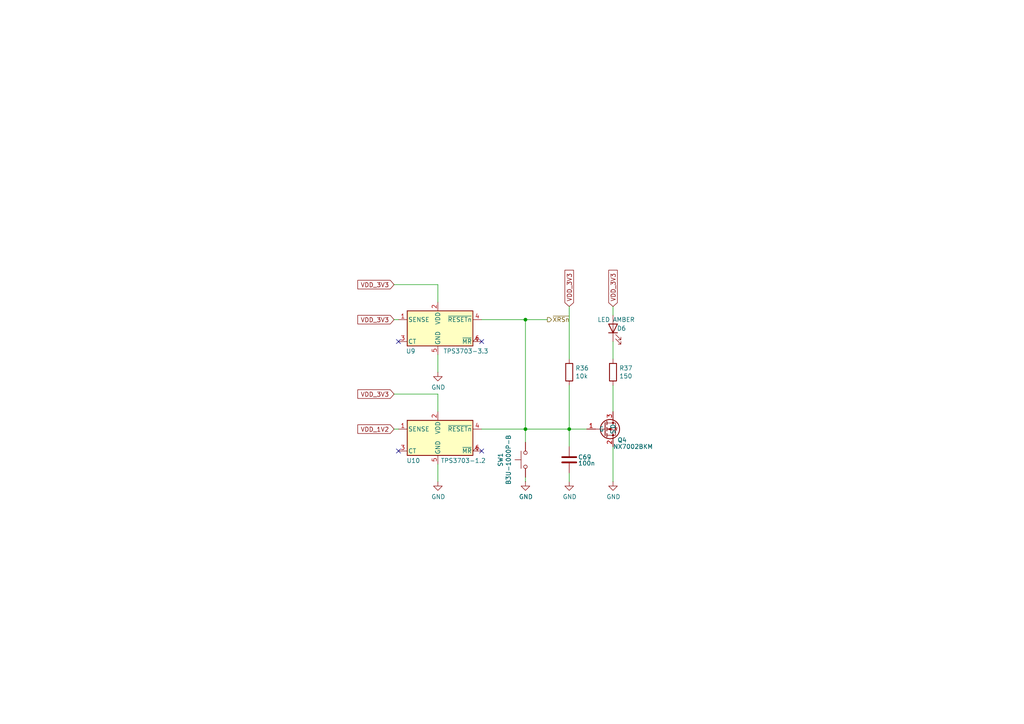
<source format=kicad_sch>
(kicad_sch (version 20231120) (generator "eeschema") (generator_version "8.0")
  (paper "A4")
  (title_block (title "Open MOtor DRiver Initiative  - Single Axis (OMODRI_SA)") (date "2025-03-07") (rev "1.0") (company "LAAS/CNRS"))
  (lib_symbols
    (symbol "Device:C" (pin_numbers hide) (pin_names (offset 0.254))
      (property "Reference" "C" (at 0.635 2.54 0))
      (property "Value" "C" (at 0.635 -2.54 0))
      (symbol "C_0_1"
        (polyline (pts (xy -2.032 -0.762) (xy 2.032 -0.762)) (stroke (width 0.508)))
        (polyline (pts (xy -2.032 0.762) (xy 2.032 0.762)) (stroke (width 0.508)))
      )
      (symbol "C_1_1"
        (pin passive line (at 0 3.81 270) (length 2.794) (name "~") (number "1"))
        (pin passive line (at 0 -3.81 90) (length 2.794) (name "~") (number "2"))
      )
    )
    (symbol "Device:LED" (pin_numbers hide) (pin_names (offset 1.016) hide)
      (property "Reference" "D" (at 0 2.54 0))
      (property "Value" "LED" (at 0 -2.54 0))
      (symbol "LED_0_1"
        (polyline (pts (xy -1.27 -1.27) (xy -1.27 1.27)) (stroke (width 0.254)))
        (polyline (pts (xy -1.27 0) (xy 1.27 0)))
        (polyline (pts (xy 1.27 -1.27) (xy 1.27 1.27) (xy -1.27 0) (xy 1.27 -1.27)) (stroke (width 0.254)))
        (polyline (pts (xy -3.048 -0.762) (xy -4.572 -2.286) (xy -3.81 -2.286) (xy -4.572 -2.286) (xy -4.572 -1.524)))
        (polyline (pts (xy -1.778 -0.762) (xy -3.302 -2.286) (xy -2.54 -2.286) (xy -3.302 -2.286) (xy -3.302 -1.524)))
      )
      (symbol "LED_1_1"
        (pin passive line (at -3.81 0 0) (length 2.54) (name "K") (number "1"))
        (pin passive line (at 3.81 0 180) (length 2.54) (name "A") (number "2"))
      )
    )
    (symbol "Device:R" (pin_numbers hide) (pin_names (offset 0))
      (property "Reference" "R" (at 2.032 0 90))
      (property "Value" "R" (at 0 0 90))
      (symbol "R_0_1"
        (rectangle (start -1.016 -2.54) (end 1.016 2.54) (stroke (width 0.254)))
      )
      (symbol "R_1_1"
        (pin passive line (at 0 3.81 270) (length 1.27) (name "~") (number "1"))
        (pin passive line (at 0 -3.81 90) (length 1.27) (name "~") (number "2"))
      )
    )
    (symbol "Switch:SW_Push" (pin_numbers hide) (pin_names (offset 1.016) hide)
      (property "Reference" "SW" (at 1.27 2.54 0))
      (property "Value" "SW_Push" (at 0 -1.524 0))
      (symbol "SW_Push_0_1"
        (circle (center -2.032 0) (radius 0.508))
        (polyline (pts (xy 0 1.27) (xy 0 3.048)))
        (polyline (pts (xy 2.54 1.27) (xy -2.54 1.27)))
        (circle (center 2.032 0) (radius 0.508))
        (pin passive line (at -5.08 0 0) (length 2.54) (name "1") (number "1"))
        (pin passive line (at 5.08 0 180) (length 2.54) (name "2") (number "2"))
      )
    )
    (symbol "omodri_lib:NX7002BKM" (pin_names (offset 1.016))
      (property "Reference" "Q" (at 3.81 2.54 0))
      (property "Value" "NX7002BKM" (at 8.89 0 0))
      (symbol "NX7002BKM_1_1"
        (circle (center -0.889 0) (radius 2.794) (stroke (width 0.254)))
        (circle (center 0 -1.778) (radius 0.254) (fill (type outline)))
        (polyline (pts (xy -2.286 0) (xy -5.08 0)))
        (polyline (pts (xy -2.286 1.905) (xy -2.286 -1.905)) (stroke (width 0.254)))
        (polyline (pts (xy -1.778 -1.27) (xy -1.778 -2.286)) (stroke (width 0.254)))
        (polyline (pts (xy -1.778 0.508) (xy -1.778 -0.508)) (stroke (width 0.254)))
        (polyline (pts (xy -1.778 2.286) (xy -1.778 1.27)) (stroke (width 0.254)))
        (polyline (pts (xy 0 2.54) (xy 0 1.778)))
        (polyline (pts (xy 0 -2.54) (xy 0 0) (xy -1.778 0)))
        (polyline (pts (xy -1.778 -1.778) (xy 0.762 -1.778) (xy 0.762 1.778) (xy -1.778 1.778)))
        (polyline (pts (xy -1.524 0) (xy -0.508 0.381) (xy -0.508 -0.381) (xy -1.524 0)) (fill (type outline)))
        (polyline (pts (xy 0.254 0.508) (xy 0.381 0.381) (xy 1.143 0.381) (xy 1.27 0.254)))
        (polyline (pts (xy 0.762 0.381) (xy 0.381 -0.254) (xy 1.143 -0.254) (xy 0.762 0.381)))
        (circle (center 0 1.778) (radius 0.254) (fill (type outline)))
        (pin input line (at -7.62 0 0) (length 2.54) (name "G") (number "1"))
        (pin passive line (at 0 -5.08 90) (length 2.54) (name "S") (number "2"))
        (pin passive line (at 0 5.08 270) (length 2.54) (name "D") (number "3"))
      )
    )
    (symbol "omodri_lib:TPS3703" (pin_names (offset 0.254))
      (property "Reference" "U" (at -7.62 -6.35 0))
      (property "Value" "TPS3703" (at -6.35 6.35 0))
      (symbol "TPS3703_1_1"
        (rectangle (start -8.89 5.08) (end 10.16 -5.08) (stroke (width 0.254)) (fill (type background)))
        (pin input line (at -11.43 2.54 0) (length 2.54) (name "SENSE") (number "1"))
        (pin power_in line (at 0 7.62 270) (length 2.54) (name "VDD") (number "2"))
        (pin input line (at -11.43 -3.81 0) (length 2.54) (name "CT") (number "3"))
        (pin open_collector line (at 12.7 2.54 180) (length 2.54) (name "~{RESETn}") (number "4"))
        (pin power_in line (at 0 -7.62 90) (length 2.54) (name "GND") (number "5"))
        (pin input input_low (at 12.7 -3.81 180) (length 2.54) (name "~{MR}") (number "6"))
      )
    )
    (symbol "power:GND" (power) (pin_numbers hide) (pin_names (offset 0) hide)
      (property "Value" "GND" (at 0 -3.81 0))
      (symbol "GND_0_1"
        (polyline (pts (xy 0 0) (xy 0 -1.27) (xy 1.27 -1.27) (xy 0 -2.54) (xy -1.27 -1.27) (xy 0 -1.27)))
      )
      (symbol "GND_1_1"
        (pin power_in line (at 0 0 270) (length 0) (name "~") (number "1"))
      )
    )
  )
  (junction (at 152.4 124.46))
  (junction (at 152.4 92.71))
  (junction (at 165.1 124.46))
  (no_connect (at 115.57 99.06))
  (no_connect (at 115.57 130.81))
  (no_connect (at 139.7 99.06))
  (no_connect (at 139.7 130.81))
  (wire (pts (xy 152.4 124.46) (xy 165.1 124.46)))
  (wire (pts (xy 114.3 82.55) (xy 127 82.55)))
  (wire (pts (xy 165.1 124.46) (xy 165.1 129.54)))
  (wire (pts (xy 152.4 124.46) (xy 152.4 128.27)))
  (wire (pts (xy 177.8 91.44) (xy 177.8 88.9)))
  (wire (pts (xy 152.4 92.71) (xy 152.4 124.46)))
  (wire (pts (xy 127 82.55) (xy 127 87.63)))
  (wire (pts (xy 165.1 111.76) (xy 165.1 124.46)))
  (wire (pts (xy 152.4 92.71) (xy 139.7 92.71)))
  (wire (pts (xy 165.1 124.46) (xy 170.18 124.46)))
  (wire (pts (xy 152.4 92.71) (xy 158.75 92.71)))
  (wire (pts (xy 115.57 124.46) (xy 114.3 124.46)))
  (wire (pts (xy 177.8 119.38) (xy 177.8 111.76)))
  (wire (pts (xy 152.4 138.43) (xy 152.4 139.7)))
  (wire (pts (xy 177.8 129.54) (xy 177.8 139.7)))
  (wire (pts (xy 165.1 137.16) (xy 165.1 139.7)))
  (wire (pts (xy 115.57 92.71) (xy 114.3 92.71)))
  (wire (pts (xy 127 114.3) (xy 127 119.38)))
  (wire (pts (xy 177.8 104.14) (xy 177.8 99.06)))
  (wire (pts (xy 165.1 104.14) (xy 165.1 88.9)))
  (wire (pts (xy 139.7 124.46) (xy 152.4 124.46)))
  (wire (pts (xy 127 139.7) (xy 127 134.62)))
  (wire (pts (xy 114.3 114.3) (xy 127 114.3)))
  (wire (pts (xy 127 102.87) (xy 127 107.95)))
  (global_label "VDD_3V3" (shape input) (at 165.1 88.9 90) (property "Intersheetrefs" "${INTERSHEET_REFS}" (effects (hide yes))) (property "Références Inter-Feuilles" "${INTERSHEET_REFS}" (effects (hide yes))))
  (global_label "VDD_3V3" (shape input) (at 114.3 114.3 180) (property "Intersheetrefs" "${INTERSHEET_REFS}" (effects (hide yes))) (property "Références Inter-Feuilles" "${INTERSHEET_REFS}" (effects (hide yes))))
  (global_label "VDD_3V3" (shape input) (at 177.8 88.9 90) (property "Intersheetrefs" "${INTERSHEET_REFS}" (effects (hide yes))) (property "Références Inter-Feuilles" "${INTERSHEET_REFS}" (effects (hide yes))))
  (global_label "VDD_3V3" (shape input) (at 114.3 82.55 180) (property "Intersheetrefs" "${INTERSHEET_REFS}" (effects (hide yes))) (property "Références Inter-Feuilles" "${INTERSHEET_REFS}" (effects (hide yes))))
  (global_label "VDD_3V3" (shape input) (at 114.3 92.71 180) (property "Intersheetrefs" "${INTERSHEET_REFS}" (effects (hide yes))) (property "Références Inter-Feuilles" "${INTERSHEET_REFS}" (effects (hide yes))))
  (global_label "VDD_1V2" (shape input) (at 114.3 124.46 180) (property "Intersheetrefs" "${INTERSHEET_REFS}" (effects (hide yes))) (property "Références Inter-Feuilles" "${INTERSHEET_REFS}" (effects (hide yes))))
  (hierarchical_label "~{XRSn}" (shape output) (at 158.75 92.71 0))
  (symbol (lib_id "Device:C") (at 165.1 133.35 0) (unit 1)
    (property "Reference" "C69" (at 167.64 132.588 0) (effects (justify left)))
    (property "Value" "100n" (at 167.64 134.366 0) (effects (justify left)))
    (property "Footprint" "Capacitor_SMD:C_0201_0603Metric" (effects (hide yes)))
    (property "Datasheet" "https://www.murata.com/en-eu/products/productdetail?partno=GRM033R61E104KE14%23" (effects (hide yes)))
    (property "Description" "0201, 100nf, 25V,  ±10%, X5R, SMD MLCC" (effects (hide yes)))
    (property "DigiKey" "490-12686-1-ND" (effects (hide yes)))
    (property "Farnell" "2990693" (effects (hide yes)))
    (property "Mouser" "81-GRM033R61E104KE4D" (effects (hide yes)))
    (property "Part No" "GRM033R61E104KE14D" (effects (hide yes)))
    (property "RS" "185-2066" (effects (hide yes)))
    (property "LCSC" "C76939" (effects (hide yes)))
    (property "Manufacturer" "MURATA" (effects (hide yes)))
    (property "Assembling" "SMD" (effects (hide yes)))
  )
  (symbol (lib_id "omodri_lib:TPS3703") (at 127 127 0) (unit 1)
    (property "Reference" "U10" (at 119.888 133.604 0))
    (property "Value" "TPS3703-1.2" (at 134.366 133.604 0))
    (property "Footprint" "Package_SON:WSON-6_1.5x1.5mm_P0.5mm" (effects (hide yes)))
    (property "Datasheet" "https://www.ti.com/lit/ds/symlink/tps3703.pdf" (effects (hide yes)))
    (property "Description" "WSON-6, 1.2-V Over and Undervoltage Reset IC With Time Delay and Manual Reset, 3.3V Supply" (effects (hide yes)))
    (property "DigiKey" "296-TPS3703A7120DSERQ1CT-ND" (effects (hide yes)))
    (property "Mouser" "595-S3703A7120DSERQ1" (effects (hide yes)))
    (property "Part No" "TPS3703A7120DSERQ1" (effects (hide yes)))
    (property "LCSC" "C1849508" (effects (hide yes)))
    (property "Manufacturer" "TEXAS INSTRUMENTS" (effects (hide yes)))
    (property "Assembling" "SMD" (effects (hide yes)))
  )
  (symbol (lib_id "power:GND") (at 127 107.95 0) (unit 1)
    (property "Reference" "#PWR0101" (effects (hide yes)))
    (property "Value" "GND" (at 127.127 112.3442 0))
    (property "Description" "Power symbol creates a global label with name \"GND\" , ground" (effects (hide yes)))
  )
  (symbol (lib_id "omodri_lib:NX7002BKM") (at 177.8 124.46 0) (unit 1)
    (property "Reference" "Q4" (at 179.07 127.635 0) (effects (justify left)))
    (property "Value" "NX7002BKM" (at 177.8 129.54 0) (effects (justify left)))
    (property "Footprint" "Package_DFN_QFN:Diodes_DFN1006-3" (effects (hide yes)))
    (property "Datasheet" "https://assets.nexperia.com/documents/data-sheet/NX7002BKM.pdf" (effects (hide yes)))
    (property "Description" "60 V, N-channel MOSFET in DFN1006-3 SMD package." (effects (hide yes)))
    (property "DigiKey" "1727-2232-1-ND" (effects (hide yes)))
    (property "Farnell" "2498574" (effects (hide yes)))
    (property "Mouser" "771-NX7002BKMYL" (effects (hide yes)))
    (property "Part No" "NX7002BKMYL" (effects (hide yes)))
    (property "LCSC" "C551611" (effects (hide yes)))
    (property "Manufacturer" "NEXPERIA" (effects (hide yes)))
    (property "Assembling" "SMD" (effects (hide yes)))
  )
  (symbol (lib_id "power:GND") (at 177.8 139.7 0) (unit 1)
    (property "Reference" "#PWR0105" (effects (hide yes)))
    (property "Value" "GND" (at 177.927 144.0942 0))
    (property "Description" "Power symbol creates a global label with name \"GND\" , ground" (effects (hide yes)))
  )
  (symbol (lib_id "Device:R") (at 177.8 107.95 0) (unit 1)
    (property "Reference" "R37" (at 179.578 106.7816 0) (effects (justify left)))
    (property "Value" "150" (at 179.578 109.093 0) (effects (justify left)))
    (property "Footprint" "Resistor_SMD:R_0201_0603Metric" (effects (hide yes)))
    (property "Datasheet" "https://industrial.panasonic.com/sa/products/pt/general-purpose-chip-resistors/models/ERJ1GNF1200C" (effects (hide yes)))
    (property "Description" "0201,150Ω, 0.05W, ±1%, SMD  resistor" (effects (hide yes)))
    (property "DigiKey" "P122742CT-ND" (effects (hide yes)))
    (property "Farnell" "2302313" (effects (hide yes)))
    (property "Mouser" "667-ERJ-1GNF1500C" (effects (hide yes)))
    (property "Part No" "ERJ1GNF1500C" (effects (hide yes)))
    (property "LCSC" "C2074059" (effects (hide yes)))
    (property "Manufacturer" "PANASONIC" (effects (hide yes)))
    (property "Assembling" "SMD" (effects (hide yes)))
  )
  (symbol (lib_id "power:GND") (at 152.4 139.7 0) (unit 1)
    (property "Reference" "#PWR0103" (effects (hide yes)))
    (property "Value" "GND" (at 152.527 144.0942 0))
    (property "Description" "Power symbol creates a global label with name \"GND\" , ground" (effects (hide yes)))
  )
  (symbol (lib_id "power:GND") (at 127 139.7 0) (unit 1)
    (property "Reference" "#PWR0102" (effects (hide yes)))
    (property "Value" "GND" (at 127.127 144.0942 0))
    (property "Description" "Power symbol creates a global label with name \"GND\" , ground" (effects (hide yes)))
  )
  (symbol (lib_id "Device:R") (at 165.1 107.95 0) (unit 1)
    (property "Reference" "R36" (at 166.878 106.7816 0) (effects (justify left)))
    (property "Value" "10k" (at 166.878 109.093 0) (effects (justify left)))
    (property "Footprint" "Resistor_SMD:R_0201_0603Metric" (effects (hide yes)))
    (property "Datasheet" "https://industrial.panasonic.com/sa/products/pt/general-purpose-chip-resistors/models/ERJ1GNF1002C" (effects (hide yes)))
    (property "Description" "0201, 10kΩ, 0.05W, ±1%, SMD  resistor" (effects (hide yes)))
    (property "DigiKey" "P122414CT-ND" (effects (hide yes)))
    (property "Farnell" "2302362" (effects (hide yes)))
    (property "Mouser" "667-ERJ-1GNF1002C" (effects (hide yes)))
    (property "Part No" "ERJ1GNF1002C" (effects (hide yes)))
    (property "RS" "176-3597" (effects (hide yes)))
    (property "LCSC" "C717002" (effects (hide yes)))
    (property "Manufacturer" "PANASONIC" (effects (hide yes)))
    (property "Assembling" "SMD" (effects (hide yes)))
  )
  (symbol (lib_id "power:GND") (at 165.1 139.7 0) (unit 1)
    (property "Reference" "#PWR0104" (effects (hide yes)))
    (property "Value" "GND" (at 165.227 144.0942 0))
    (property "Description" "Power symbol creates a global label with name \"GND\" , ground" (effects (hide yes)))
  )
  (symbol (lib_id "Device:LED") (at 177.8 95.25 90) (unit 1)
    (property "Reference" "D6" (at 181.61 95.25 90) (effects (justify left)))
    (property "Value" "LED AMBER" (at 184.15 92.71 90) (effects (justify left)))
    (property "Footprint" "LED_SMD:LED_0402_1005Metric" (effects (hide yes)))
    (property "Datasheet" "https://www.broadcom.com/products/leds-and-displays/chip-leds/0402-1.0-x-0.5mm-top-mount/hsmg-c280" (effects (hide yes)))
    (property "Description" "0402, Top Mount miniature ChipLED, AMBER, Vf = 1.9-V @ 10-mA" (effects (hide yes)))
    (property "DigiKey" "516-HSMA-C280CT-ND" (effects (hide yes)))
    (property "Mouser" "630-HSMA-C280" (effects (hide yes)))
    (property "Farnell" "2494320" (effects (hide yes)))
    (property "Part No" "HSMA-C280" (effects (hide yes)))
    (property "RS" "230-5356" (effects (hide yes)))
    (property "LCSC" "C5762821" (effects (hide yes)))
    (property "Manufacturer" "BROADCOM" (effects (hide yes)))
    (property "Assembling" "SMD" (effects (hide yes)))
  )
  (symbol (lib_id "omodri_lib:TPS3703") (at 127 95.25 0) (unit 1)
    (property "Reference" "U9" (at 119.126 101.854 0))
    (property "Value" "TPS3703-3.3" (at 135.128 101.854 0))
    (property "Footprint" "Package_SON:WSON-6_1.5x1.5mm_P0.5mm" (effects (hide yes)))
    (property "Datasheet" "https://www.ti.com/lit/ds/symlink/tps3703.pdf" (effects (hide yes)))
    (property "Description" "WSON-6, 3.3-V Over and Undervoltage Reset IC With Time Delay and Manual Reset,  3.3-V Supply" (effects (hide yes)))
    (property "DigiKey" "296-TPS3703A7330DSERQ1CT-ND" (effects (hide yes)))
    (property "Mouser" "595-S3703A7330DSERQ1" (effects (hide yes)))
    (property "Part No" "TPS3703A7330DSERQ1" (effects (hide yes)))
    (property "LCSC" "C1849519" (effects (hide yes)))
    (property "Manufacturer" "TEXAS INSTRUMENTS" (effects (hide yes)))
    (property "Assembling" "SMD" (effects (hide yes)))
  )
  (symbol (lib_id "Switch:SW_Push") (at 152.4 133.35 90) (unit 1)
    (property "Reference" "SW1" (at 145.161 133.35 0))
    (property "Value" "B3U-1000P-B" (at 147.4724 133.35 0))
    (property "Footprint" "Button_Switch_SMD:SW_SPST_B3U-1000P-B" (effects (hide yes)))
    (property "Datasheet" "https://omronfs.omron.com/en_US/ecb/products/pdf/en-b3u.pdf" (effects (hide yes)))
    (property "Description" "Push button switch, generic, two pins" (effects (hide yes)))
    (property "DigiKey" "SW1143CT-ND" (effects (hide yes)))
    (property "Farnell" "1333654" (effects (hide yes)))
    (property "Mouser" "653-B3U-1000P-B" (effects (hide yes)))
    (property "Part No" "B3U-1000P-B" (effects (hide yes)))
    (property "LCSC" " C231330" (effects (hide yes)))
    (property "Manufacturer" "OMRON" (effects (hide yes)))
    (property "Assembling" "SMD" (effects (hide yes)))
  )
)
</source>
